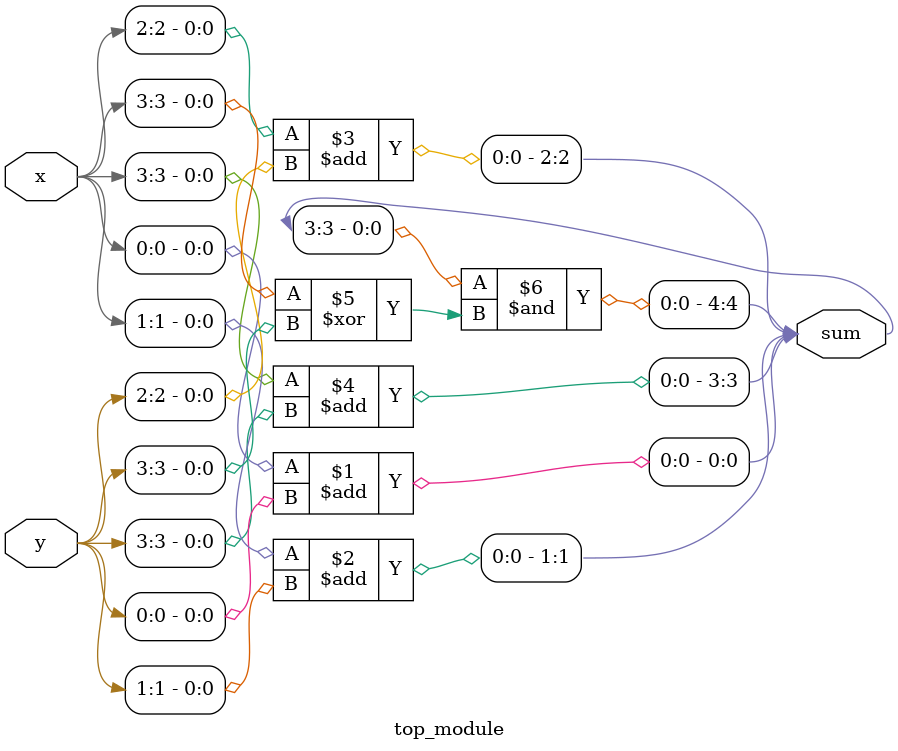
<source format=sv>
module top_module (
	input [3:0] x,
	input [3:0] y,
	output [4:0] sum
);
	// Adder logic
	assign sum[0] = x[0] + y[0];
	assign sum[1] = x[1] + y[1];
	assign sum[2] = x[2] + y[2];
	assign sum[3] = x[3] + y[3];
	assign sum[4] = sum[3] & (x[3] ^ y[3]);

endmodule

</source>
